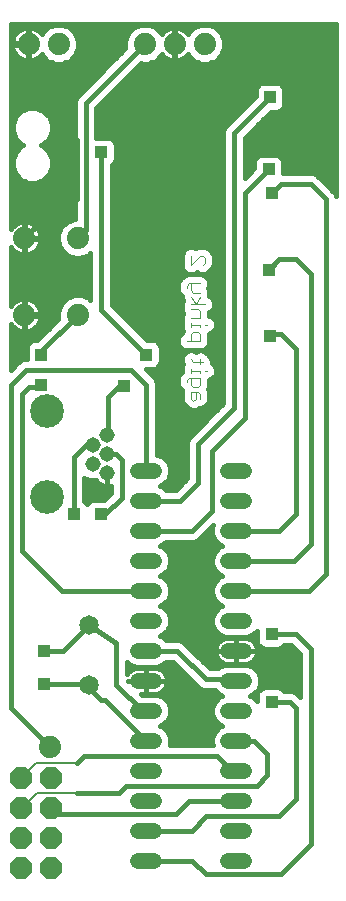
<source format=gbl>
G75*
G70*
%OFA0B0*%
%FSLAX24Y24*%
%IPPOS*%
%LPD*%
%AMOC8*
5,1,8,0,0,1.08239X$1,22.5*
%
%ADD10C,0.0040*%
%ADD11C,0.0520*%
%ADD12C,0.0740*%
%ADD13OC8,0.0740*%
%ADD14C,0.0515*%
%ADD15C,0.1122*%
%ADD16C,0.0650*%
%ADD17R,0.0396X0.0396*%
%ADD18C,0.0160*%
%ADD19C,0.0080*%
%ADD20R,0.0410X0.0410*%
D10*
X007297Y016641D02*
X007373Y016717D01*
X007373Y016948D01*
X007450Y016948D02*
X007220Y016948D01*
X007220Y016717D01*
X007297Y016641D01*
X007527Y016717D02*
X007527Y016871D01*
X007450Y016948D01*
X007450Y017101D02*
X007297Y017101D01*
X007220Y017178D01*
X007220Y017408D01*
X007143Y017408D02*
X007527Y017408D01*
X007527Y017178D01*
X007450Y017101D01*
X007067Y017255D02*
X007067Y017331D01*
X007143Y017408D01*
X007220Y017562D02*
X007220Y017715D01*
X007220Y017638D02*
X007527Y017638D01*
X007527Y017562D01*
X007680Y017638D02*
X007757Y017638D01*
X007527Y017868D02*
X007527Y018022D01*
X007604Y017945D02*
X007297Y017945D01*
X007220Y018022D01*
X007220Y018636D02*
X007220Y018866D01*
X007297Y018943D01*
X007450Y018943D01*
X007527Y018866D01*
X007527Y018636D01*
X007067Y018636D01*
X007220Y019096D02*
X007220Y019250D01*
X007220Y019173D02*
X007527Y019173D01*
X007527Y019096D01*
X007680Y019173D02*
X007757Y019173D01*
X007527Y019403D02*
X007527Y019633D01*
X007450Y019710D01*
X007220Y019710D01*
X007220Y019863D02*
X007680Y019863D01*
X007527Y020094D02*
X007373Y019863D01*
X007220Y020094D01*
X007297Y020247D02*
X007220Y020324D01*
X007220Y020554D01*
X007143Y020554D02*
X007067Y020477D01*
X007067Y020401D01*
X007143Y020554D02*
X007527Y020554D01*
X007527Y020247D02*
X007297Y020247D01*
X007220Y021168D02*
X007527Y021475D01*
X007604Y021475D01*
X007680Y021398D01*
X007680Y021245D01*
X007604Y021168D01*
X007220Y021168D02*
X007220Y021475D01*
X007220Y019403D02*
X007527Y019403D01*
D11*
X008465Y014308D02*
X008985Y014308D01*
X008985Y013308D02*
X008465Y013308D01*
X008465Y012308D02*
X008985Y012308D01*
X008985Y011308D02*
X008465Y011308D01*
X008465Y010308D02*
X008985Y010308D01*
X008985Y009308D02*
X008465Y009308D01*
X008465Y008308D02*
X008985Y008308D01*
X008985Y007308D02*
X008465Y007308D01*
X008465Y006308D02*
X008985Y006308D01*
X008985Y005308D02*
X008465Y005308D01*
X008465Y004308D02*
X008985Y004308D01*
X008985Y003308D02*
X008465Y003308D01*
X008465Y002308D02*
X008985Y002308D01*
X008985Y001308D02*
X008465Y001308D01*
X005985Y001308D02*
X005465Y001308D01*
X005465Y002308D02*
X005985Y002308D01*
X005985Y003308D02*
X005465Y003308D01*
X005465Y004308D02*
X005985Y004308D01*
X005985Y005308D02*
X005465Y005308D01*
X005465Y006308D02*
X005985Y006308D01*
X005985Y007308D02*
X005465Y007308D01*
X005465Y008308D02*
X005985Y008308D01*
X005985Y009308D02*
X005465Y009308D01*
X005465Y010308D02*
X005985Y010308D01*
X005985Y011308D02*
X005465Y011308D01*
X005465Y012308D02*
X005985Y012308D01*
X005985Y013308D02*
X005465Y013308D01*
X005465Y014308D02*
X005985Y014308D01*
D12*
X003440Y019503D03*
X001660Y019503D03*
X001660Y022063D03*
X003440Y022063D03*
X002800Y028533D03*
X001800Y028533D03*
X005675Y028533D03*
X006675Y028533D03*
X007675Y028533D03*
X002525Y005108D03*
D13*
X001550Y001083D03*
X002550Y001083D03*
X002550Y002083D03*
X001550Y002083D03*
X001550Y003083D03*
X002550Y003083D03*
X002550Y004083D03*
X001550Y004083D03*
D14*
X004408Y014228D03*
X003935Y014543D03*
X004408Y014858D03*
X003935Y015173D03*
X004408Y015488D03*
D15*
X002400Y016295D03*
X002400Y013421D03*
D16*
X003825Y009183D03*
X003825Y007183D03*
D17*
X002300Y007208D03*
X002300Y008308D03*
X003300Y012883D03*
X004200Y012858D03*
X004975Y017133D03*
X005725Y018183D03*
X002225Y018183D03*
X002225Y017183D03*
X009800Y021008D03*
X009900Y023558D03*
X009800Y024358D03*
X009850Y026758D03*
X004225Y024933D03*
X003150Y025433D03*
X009900Y008858D03*
X009900Y006608D03*
D18*
X010500Y006608D01*
X010700Y006408D01*
X010700Y003358D01*
X010150Y002808D01*
X007700Y002808D01*
X007250Y002308D01*
X005725Y002308D01*
X006700Y002858D02*
X002775Y002858D01*
X002550Y003083D01*
X003400Y003583D02*
X004800Y003558D01*
X005050Y003808D01*
X009400Y003808D01*
X009750Y004158D01*
X009750Y004858D01*
X009300Y005308D01*
X008725Y005308D01*
X008261Y005808D02*
X008159Y005851D01*
X008007Y006002D01*
X007925Y006201D01*
X007925Y006416D01*
X008007Y006614D01*
X008159Y006766D01*
X008261Y006808D01*
X008159Y006851D01*
X008011Y006998D01*
X007628Y006998D01*
X007496Y007053D01*
X007395Y007154D01*
X006601Y007948D01*
X006389Y007948D01*
X006291Y007851D01*
X006092Y007768D01*
X005358Y007768D01*
X005159Y007851D01*
X005085Y007925D01*
X005085Y007532D01*
X005089Y007539D01*
X005129Y007595D01*
X005178Y007644D01*
X005234Y007685D01*
X005296Y007716D01*
X005362Y007737D01*
X005430Y007748D01*
X005725Y007748D01*
X005725Y007308D01*
X005725Y006868D01*
X006020Y006868D01*
X006088Y006879D01*
X006154Y006901D01*
X006216Y006932D01*
X006272Y006973D01*
X006321Y007022D01*
X006361Y007078D01*
X006393Y007139D01*
X006414Y007205D01*
X006425Y007274D01*
X006425Y007308D01*
X005725Y007308D01*
X005725Y007308D01*
X005725Y006868D01*
X005549Y006868D01*
X005569Y006848D01*
X006092Y006848D01*
X006291Y006766D01*
X006443Y006614D01*
X006525Y006416D01*
X006525Y006201D01*
X006443Y006002D01*
X006291Y005851D01*
X006189Y005808D01*
X006291Y005766D01*
X006443Y005614D01*
X006525Y005416D01*
X006525Y005201D01*
X006511Y005168D01*
X007938Y005168D01*
X007925Y005201D01*
X007925Y005416D01*
X008007Y005614D01*
X008159Y005766D01*
X008261Y005808D01*
X008124Y005731D02*
X006326Y005731D01*
X006330Y005889D02*
X008120Y005889D01*
X007988Y006048D02*
X006462Y006048D01*
X006525Y006206D02*
X007925Y006206D01*
X007925Y006365D02*
X006525Y006365D01*
X006480Y006523D02*
X007970Y006523D01*
X008075Y006682D02*
X006375Y006682D01*
X006112Y006840D02*
X008184Y006840D01*
X007627Y006999D02*
X006298Y006999D01*
X006399Y007157D02*
X007392Y007157D01*
X007233Y007316D02*
X006425Y007316D01*
X006425Y007308D02*
X006425Y007343D01*
X006414Y007411D01*
X006393Y007477D01*
X006361Y007539D01*
X006321Y007595D01*
X006272Y007644D01*
X006216Y007685D01*
X006154Y007716D01*
X006088Y007737D01*
X006020Y007748D01*
X005725Y007748D01*
X005725Y007308D01*
X005725Y007308D01*
X005109Y007308D01*
X005109Y007308D01*
X005725Y007308D01*
X005725Y007308D01*
X006425Y007308D01*
X006394Y007474D02*
X007075Y007474D01*
X006916Y007633D02*
X006283Y007633D01*
X006148Y007791D02*
X006758Y007791D01*
X006750Y008308D02*
X007700Y007358D01*
X008675Y007358D01*
X008725Y007308D01*
X008725Y007868D02*
X008430Y007868D01*
X008362Y007879D01*
X008296Y007901D01*
X008234Y007932D01*
X008178Y007973D01*
X008129Y008022D01*
X008089Y008078D01*
X008057Y008139D01*
X008036Y008205D01*
X008025Y008274D01*
X008025Y008308D01*
X008725Y008308D01*
X008725Y007868D01*
X009020Y007868D01*
X009088Y007879D01*
X009154Y007901D01*
X009216Y007932D01*
X009272Y007973D01*
X009321Y008022D01*
X009361Y008078D01*
X009393Y008139D01*
X009414Y008205D01*
X009425Y008274D01*
X009425Y008308D01*
X008725Y008308D01*
X008725Y008308D01*
X008725Y007868D01*
X008725Y007950D02*
X008725Y007950D01*
X008725Y008108D02*
X008725Y008108D01*
X008725Y008267D02*
X008725Y008267D01*
X008725Y008308D02*
X008725Y008308D01*
X008725Y008308D01*
X008025Y008308D01*
X008025Y008343D01*
X008036Y008411D01*
X008057Y008477D01*
X008089Y008539D01*
X008129Y008595D01*
X008178Y008644D01*
X008234Y008685D01*
X008296Y008716D01*
X008362Y008737D01*
X008430Y008748D01*
X008725Y008748D01*
X008725Y008308D01*
X009425Y008308D01*
X009425Y008343D01*
X009414Y008411D01*
X009393Y008477D01*
X009361Y008539D01*
X009321Y008595D01*
X009272Y008644D01*
X009216Y008685D01*
X009154Y008716D01*
X009088Y008737D01*
X009020Y008748D01*
X008725Y008748D01*
X008725Y008308D01*
X008725Y008308D01*
X008725Y008425D02*
X008725Y008425D01*
X008725Y008584D02*
X008725Y008584D01*
X008725Y008742D02*
X008725Y008742D01*
X009057Y008742D02*
X009422Y008742D01*
X009422Y008605D02*
X009422Y008982D01*
X009291Y008851D01*
X009092Y008768D01*
X008358Y008768D01*
X008159Y008851D01*
X008007Y009002D01*
X007925Y009201D01*
X007925Y009416D01*
X008007Y009614D01*
X008159Y009766D01*
X008261Y009808D01*
X008159Y009851D01*
X008007Y010002D01*
X007925Y010201D01*
X007925Y010416D01*
X008007Y010614D01*
X008159Y010766D01*
X008261Y010808D01*
X008159Y010851D01*
X008007Y011002D01*
X007925Y011201D01*
X007925Y011416D01*
X008007Y011614D01*
X008159Y011766D01*
X008261Y011808D01*
X008159Y011851D01*
X008007Y012002D01*
X007925Y012201D01*
X007925Y012416D01*
X007966Y012516D01*
X007454Y012003D01*
X007322Y011948D01*
X006389Y011948D01*
X006291Y011851D01*
X006189Y011808D01*
X006291Y011766D01*
X006443Y011614D01*
X006525Y011416D01*
X006525Y011201D01*
X006443Y011002D01*
X006291Y010851D01*
X006189Y010808D01*
X006291Y010766D01*
X006443Y010614D01*
X006525Y010416D01*
X006525Y010201D01*
X006443Y010002D01*
X006291Y009851D01*
X006189Y009808D01*
X006291Y009766D01*
X006443Y009614D01*
X006525Y009416D01*
X006525Y009201D01*
X006443Y009002D01*
X006291Y008851D01*
X006189Y008808D01*
X006291Y008766D01*
X006389Y008668D01*
X006822Y008668D01*
X006954Y008614D01*
X007849Y007718D01*
X008111Y007718D01*
X008159Y007766D01*
X008358Y007848D01*
X009092Y007848D01*
X009291Y007766D01*
X009443Y007614D01*
X009525Y007416D01*
X009525Y007201D01*
X009443Y007002D01*
X009291Y006851D01*
X009189Y006808D01*
X009291Y006766D01*
X009422Y006635D01*
X009422Y006862D01*
X009465Y006965D01*
X009543Y007044D01*
X009646Y007086D01*
X010154Y007086D01*
X010257Y007044D01*
X010332Y006968D01*
X010572Y006968D01*
X010704Y006914D01*
X010805Y006812D01*
X010840Y006777D01*
X010840Y008209D01*
X010551Y008498D01*
X010332Y008498D01*
X010257Y008423D01*
X010154Y008380D01*
X009646Y008380D01*
X009543Y008423D01*
X009465Y008502D01*
X009422Y008605D01*
X009430Y008584D02*
X009329Y008584D01*
X009410Y008425D02*
X009541Y008425D01*
X009424Y008267D02*
X010782Y008267D01*
X010840Y008108D02*
X009377Y008108D01*
X009240Y007950D02*
X010840Y007950D01*
X010840Y007791D02*
X009230Y007791D01*
X009424Y007633D02*
X010840Y007633D01*
X010840Y007474D02*
X009501Y007474D01*
X009525Y007316D02*
X010840Y007316D01*
X010840Y007157D02*
X009507Y007157D01*
X009498Y006999D02*
X009439Y006999D01*
X009422Y006840D02*
X009266Y006840D01*
X009375Y006682D02*
X009422Y006682D01*
X010302Y006999D02*
X010840Y006999D01*
X010840Y006840D02*
X010777Y006840D01*
X011200Y008358D02*
X010700Y008858D01*
X009900Y008858D01*
X009422Y008901D02*
X009341Y008901D01*
X008393Y008742D02*
X006315Y008742D01*
X006341Y008901D02*
X008109Y008901D01*
X007984Y009059D02*
X006466Y009059D01*
X006525Y009218D02*
X007925Y009218D01*
X007925Y009376D02*
X006525Y009376D01*
X006476Y009535D02*
X007974Y009535D01*
X008086Y009693D02*
X006364Y009693D01*
X006292Y009852D02*
X008158Y009852D01*
X008004Y010010D02*
X006446Y010010D01*
X006512Y010169D02*
X007938Y010169D01*
X007925Y010327D02*
X006525Y010327D01*
X006496Y010486D02*
X007954Y010486D01*
X008037Y010644D02*
X006413Y010644D01*
X006202Y010803D02*
X008248Y010803D01*
X008048Y010961D02*
X006402Y010961D01*
X006491Y011120D02*
X007959Y011120D01*
X007925Y011278D02*
X006525Y011278D01*
X006516Y011437D02*
X007934Y011437D01*
X007999Y011595D02*
X006451Y011595D01*
X006303Y011754D02*
X008147Y011754D01*
X008097Y011912D02*
X006353Y011912D01*
X005725Y012308D02*
X007250Y012308D01*
X007900Y012958D01*
X007900Y014958D01*
X009000Y016058D01*
X009000Y023558D01*
X009800Y024358D01*
X009322Y024389D02*
X009322Y024612D01*
X009365Y024715D01*
X009443Y024794D01*
X009546Y024836D01*
X010054Y024836D01*
X010157Y024794D01*
X010235Y024715D01*
X010278Y024612D01*
X010278Y024218D01*
X011272Y024218D01*
X011404Y024164D01*
X011505Y024062D01*
X011505Y024062D01*
X012005Y023562D01*
X012045Y023466D01*
X012045Y029203D01*
X001205Y029203D01*
X001205Y022373D01*
X001240Y022422D01*
X001302Y022483D01*
X001372Y022534D01*
X001449Y022573D01*
X001531Y022600D01*
X001617Y022613D01*
X001640Y022613D01*
X001640Y022083D01*
X001680Y022083D01*
X002210Y022083D01*
X002210Y022107D01*
X002196Y022192D01*
X002170Y022274D01*
X002130Y022352D01*
X002080Y022422D01*
X002018Y022483D01*
X001948Y022534D01*
X001871Y022573D01*
X001789Y022600D01*
X001703Y022613D01*
X001680Y022613D01*
X001680Y022083D01*
X001680Y022043D01*
X001680Y021513D01*
X001703Y021513D01*
X001789Y021527D01*
X001871Y021554D01*
X001948Y021593D01*
X002018Y021644D01*
X002080Y021705D01*
X002130Y021775D01*
X002170Y021852D01*
X002196Y021935D01*
X002210Y022020D01*
X002210Y022043D01*
X001680Y022043D01*
X001640Y022043D01*
X001640Y021513D01*
X001617Y021513D01*
X001531Y021527D01*
X001449Y021554D01*
X001372Y021593D01*
X001302Y021644D01*
X001240Y021705D01*
X001205Y021754D01*
X001205Y019813D01*
X001240Y019862D01*
X001302Y019923D01*
X001372Y019974D01*
X001449Y020013D01*
X001531Y020040D01*
X001617Y020053D01*
X001640Y020053D01*
X001640Y019523D01*
X001680Y019523D01*
X002210Y019523D01*
X002210Y019547D01*
X002196Y019632D01*
X002170Y019714D01*
X002130Y019792D01*
X002080Y019862D01*
X002018Y019923D01*
X001948Y019974D01*
X001871Y020013D01*
X001789Y020040D01*
X001703Y020053D01*
X001680Y020053D01*
X001680Y019523D01*
X001680Y019483D01*
X001680Y018953D01*
X001703Y018953D01*
X001789Y018967D01*
X001871Y018994D01*
X001948Y019033D01*
X002018Y019084D01*
X002080Y019145D01*
X002130Y019215D01*
X002170Y019292D01*
X002196Y019375D01*
X002210Y019460D01*
X002210Y019483D01*
X001680Y019483D01*
X001640Y019483D01*
X001640Y018953D01*
X001617Y018953D01*
X001531Y018967D01*
X001449Y018994D01*
X001372Y019033D01*
X001302Y019084D01*
X001240Y019145D01*
X001205Y019194D01*
X001205Y017672D01*
X001420Y017887D01*
X001521Y017989D01*
X001653Y018043D01*
X001747Y018043D01*
X001747Y018437D01*
X001790Y018540D01*
X001868Y018619D01*
X001971Y018661D01*
X002089Y018661D01*
X002793Y019366D01*
X002790Y019374D01*
X002790Y019633D01*
X002889Y019872D01*
X003072Y020054D01*
X003311Y020153D01*
X003569Y020153D01*
X003808Y020054D01*
X003865Y019998D01*
X003865Y021569D01*
X003808Y021512D01*
X003569Y021413D01*
X003311Y021413D01*
X003072Y021512D01*
X002889Y021695D01*
X002790Y021934D01*
X002790Y022193D01*
X002889Y022432D01*
X003072Y022614D01*
X003311Y022713D01*
X003345Y022713D01*
X003345Y026635D01*
X003400Y026767D01*
X003501Y026869D01*
X005028Y028396D01*
X003447Y028396D01*
X003450Y028404D02*
X003450Y028663D01*
X003351Y028902D01*
X003168Y029084D01*
X002929Y029183D01*
X002671Y029183D01*
X002432Y029084D01*
X002249Y028902D01*
X002236Y028869D01*
X002220Y028892D01*
X002158Y028953D01*
X002088Y029004D01*
X002011Y029043D01*
X001929Y029070D01*
X001843Y029083D01*
X001820Y029083D01*
X001820Y028553D01*
X001780Y028553D01*
X001780Y028513D01*
X001820Y028513D01*
X001820Y027983D01*
X001843Y027983D01*
X001929Y027997D01*
X002011Y028024D01*
X002088Y028063D01*
X002158Y028114D01*
X002220Y028175D01*
X002236Y028197D01*
X002249Y028165D01*
X002432Y027982D01*
X002671Y027883D01*
X002929Y027883D01*
X003168Y027982D01*
X003351Y028165D01*
X003450Y028404D01*
X003450Y028555D02*
X005025Y028555D01*
X005025Y028663D02*
X005025Y028404D01*
X005028Y028396D01*
X004870Y028238D02*
X003381Y028238D01*
X003265Y028079D02*
X004712Y028079D01*
X004553Y027921D02*
X003020Y027921D01*
X002580Y027921D02*
X001205Y027921D01*
X001205Y028079D02*
X001489Y028079D01*
X001512Y028063D02*
X001589Y028024D01*
X001671Y027997D01*
X001757Y027983D01*
X001780Y027983D01*
X001780Y028513D01*
X001250Y028513D01*
X001250Y028490D01*
X001264Y028405D01*
X001290Y028322D01*
X001330Y028245D01*
X001380Y028175D01*
X001442Y028114D01*
X001512Y028063D01*
X001335Y028238D02*
X001205Y028238D01*
X001205Y028396D02*
X001266Y028396D01*
X001250Y028553D02*
X001780Y028553D01*
X001780Y029083D01*
X001757Y029083D01*
X001671Y029070D01*
X001589Y029043D01*
X001512Y029004D01*
X001442Y028953D01*
X001380Y028892D01*
X001330Y028822D01*
X001290Y028744D01*
X001264Y028662D01*
X001250Y028577D01*
X001250Y028553D01*
X001250Y028555D02*
X001205Y028555D01*
X001205Y028713D02*
X001280Y028713D01*
X001205Y028872D02*
X001366Y028872D01*
X001205Y029030D02*
X001564Y029030D01*
X001780Y029030D02*
X001820Y029030D01*
X001820Y028872D02*
X001780Y028872D01*
X001780Y028713D02*
X001820Y028713D01*
X001820Y028555D02*
X001780Y028555D01*
X001780Y028396D02*
X001820Y028396D01*
X001820Y028238D02*
X001780Y028238D01*
X001780Y028079D02*
X001820Y028079D01*
X002111Y028079D02*
X002335Y028079D01*
X002234Y028872D02*
X002237Y028872D01*
X002378Y029030D02*
X002036Y029030D01*
X001205Y029189D02*
X012045Y029189D01*
X012045Y029030D02*
X008097Y029030D01*
X008043Y029084D02*
X007804Y029183D01*
X007546Y029183D01*
X007307Y029084D01*
X007124Y028902D01*
X007111Y028869D01*
X007095Y028892D01*
X007033Y028953D01*
X006963Y029004D01*
X006886Y029043D01*
X006804Y029070D01*
X006718Y029083D01*
X006695Y029083D01*
X006695Y028553D01*
X006655Y028553D01*
X006655Y029083D01*
X006632Y029083D01*
X006546Y029070D01*
X006464Y029043D01*
X006387Y029004D01*
X006317Y028953D01*
X006255Y028892D01*
X006239Y028869D01*
X006226Y028902D01*
X006043Y029084D01*
X005804Y029183D01*
X005546Y029183D01*
X005307Y029084D01*
X005124Y028902D01*
X005025Y028663D01*
X005046Y028713D02*
X003429Y028713D01*
X003363Y028872D02*
X005112Y028872D01*
X005253Y029030D02*
X003222Y029030D01*
X004395Y027762D02*
X001205Y027762D01*
X001205Y027604D02*
X004236Y027604D01*
X004078Y027445D02*
X001205Y027445D01*
X001205Y027287D02*
X003919Y027287D01*
X003761Y027128D02*
X001205Y027128D01*
X001205Y026970D02*
X003602Y026970D01*
X003444Y026811D02*
X001205Y026811D01*
X001205Y026653D02*
X003352Y026653D01*
X003345Y026494D02*
X001205Y026494D01*
X001205Y026336D02*
X001625Y026336D01*
X001553Y026306D02*
X001368Y026121D01*
X001268Y025880D01*
X001268Y025618D01*
X001368Y025377D01*
X001553Y025192D01*
X001633Y025158D01*
X001553Y025125D01*
X001368Y024940D01*
X001268Y024699D01*
X001268Y024437D01*
X001368Y024196D01*
X001553Y024011D01*
X001794Y023911D01*
X002056Y023911D01*
X002297Y024011D01*
X002482Y024196D01*
X002582Y024437D01*
X002582Y024699D01*
X002482Y024940D01*
X002297Y025125D01*
X002217Y025158D01*
X002297Y025192D01*
X002482Y025377D01*
X002582Y025618D01*
X002582Y025880D01*
X002482Y026121D01*
X002297Y026306D01*
X002056Y026406D01*
X001794Y026406D01*
X001553Y026306D01*
X001424Y026177D02*
X001205Y026177D01*
X001205Y026019D02*
X001326Y026019D01*
X001268Y025860D02*
X001205Y025860D01*
X001205Y025702D02*
X001268Y025702D01*
X001299Y025543D02*
X001205Y025543D01*
X001205Y025385D02*
X001364Y025385D01*
X001518Y025226D02*
X001205Y025226D01*
X001205Y025068D02*
X001496Y025068D01*
X001355Y024909D02*
X001205Y024909D01*
X001205Y024751D02*
X001290Y024751D01*
X001268Y024592D02*
X001205Y024592D01*
X001205Y024434D02*
X001269Y024434D01*
X001205Y024275D02*
X001335Y024275D01*
X001447Y024117D02*
X001205Y024117D01*
X001205Y023958D02*
X001679Y023958D01*
X002171Y023958D02*
X003345Y023958D01*
X003345Y023800D02*
X001205Y023800D01*
X001205Y023641D02*
X003345Y023641D01*
X003345Y023483D02*
X001205Y023483D01*
X001205Y023324D02*
X003345Y023324D01*
X003400Y023358D02*
X002725Y022683D01*
X002280Y022683D01*
X001660Y022063D01*
X001660Y019503D01*
X001680Y019520D02*
X002790Y019520D01*
X002789Y019362D02*
X002192Y019362D01*
X002122Y019203D02*
X002631Y019203D01*
X002472Y019045D02*
X001965Y019045D01*
X001680Y019045D02*
X001640Y019045D01*
X001640Y019203D02*
X001680Y019203D01*
X001680Y019362D02*
X001640Y019362D01*
X001640Y019679D02*
X001680Y019679D01*
X001680Y019837D02*
X001640Y019837D01*
X001640Y019996D02*
X001680Y019996D01*
X001905Y019996D02*
X003013Y019996D01*
X002875Y019837D02*
X002097Y019837D01*
X002181Y019679D02*
X002809Y019679D01*
X003440Y019503D02*
X002225Y018288D01*
X002225Y018183D01*
X001747Y018252D02*
X001205Y018252D01*
X001205Y018094D02*
X001747Y018094D01*
X001747Y018411D02*
X001205Y018411D01*
X001205Y018569D02*
X001819Y018569D01*
X002155Y018728D02*
X001205Y018728D01*
X001205Y018886D02*
X002314Y018886D01*
X001355Y019045D02*
X001205Y019045D01*
X001205Y019837D02*
X001223Y019837D01*
X001205Y019996D02*
X001415Y019996D01*
X001205Y020154D02*
X003865Y020154D01*
X003865Y020313D02*
X001205Y020313D01*
X001205Y020471D02*
X003865Y020471D01*
X003865Y020630D02*
X001205Y020630D01*
X001205Y020788D02*
X003865Y020788D01*
X003865Y020947D02*
X001205Y020947D01*
X001205Y021105D02*
X003865Y021105D01*
X003865Y021264D02*
X001205Y021264D01*
X001205Y021422D02*
X003289Y021422D01*
X003591Y021422D02*
X003865Y021422D01*
X004585Y021422D02*
X006920Y021422D01*
X006920Y021535D02*
X006920Y021108D01*
X006966Y020998D01*
X007050Y020914D01*
X007160Y020868D01*
X007280Y020868D01*
X007390Y020914D01*
X007412Y020935D01*
X007434Y020914D01*
X007544Y020868D01*
X007663Y020868D01*
X007774Y020914D01*
X007850Y020990D01*
X007850Y020990D01*
X007933Y021073D01*
X007935Y021075D01*
X007953Y021119D01*
X007980Y021185D01*
X007980Y021458D01*
X007935Y021568D01*
X007850Y021652D01*
X007774Y021729D01*
X007663Y021775D01*
X007467Y021775D01*
X007373Y021736D01*
X007280Y021775D01*
X007160Y021775D01*
X007050Y021729D01*
X006966Y021645D01*
X006920Y021535D01*
X006939Y021581D02*
X004585Y021581D01*
X004585Y021739D02*
X007075Y021739D01*
X007365Y021739D02*
X007382Y021739D01*
X007749Y021739D02*
X008290Y021739D01*
X008290Y021581D02*
X007922Y021581D01*
X007980Y021422D02*
X008290Y021422D01*
X008290Y021264D02*
X007980Y021264D01*
X007947Y021105D02*
X008290Y021105D01*
X008290Y020947D02*
X007807Y020947D01*
X007697Y020808D02*
X007587Y020854D01*
X007084Y020854D01*
X006973Y020808D01*
X006897Y020732D01*
X006812Y020647D01*
X006767Y020537D01*
X006767Y020341D01*
X006812Y020231D01*
X006897Y020146D01*
X006922Y020136D01*
X006914Y020094D01*
X006937Y019977D01*
X006940Y019972D01*
X006920Y019923D01*
X006920Y019804D01*
X006927Y019787D01*
X006920Y019770D01*
X006920Y019650D01*
X006959Y019557D01*
X006920Y019463D01*
X006920Y019343D01*
X006927Y019326D01*
X006920Y019309D01*
X006920Y019036D01*
X006943Y018981D01*
X006920Y018926D01*
X006920Y018900D01*
X006897Y018890D01*
X006812Y018806D01*
X006767Y018695D01*
X006767Y018576D01*
X006812Y018466D01*
X006897Y018381D01*
X007007Y018336D01*
X007587Y018336D01*
X007697Y018381D01*
X007781Y018466D01*
X007827Y018576D01*
X007827Y018877D01*
X007927Y018919D01*
X008011Y019003D01*
X008057Y019113D01*
X008057Y019233D01*
X008011Y019343D01*
X007927Y019427D01*
X007827Y019469D01*
X007827Y019599D01*
X007850Y019609D01*
X007935Y019694D01*
X007980Y019804D01*
X007980Y019923D01*
X007935Y020033D01*
X007850Y020118D01*
X007826Y020128D01*
X007818Y020167D01*
X007827Y020187D01*
X007827Y020307D01*
X007788Y020401D01*
X007827Y020494D01*
X007827Y020614D01*
X007781Y020724D01*
X007697Y020808D01*
X007717Y020788D02*
X008290Y020788D01*
X008290Y020630D02*
X007820Y020630D01*
X007817Y020471D02*
X008290Y020471D01*
X008290Y020313D02*
X007824Y020313D01*
X007821Y020154D02*
X008290Y020154D01*
X008290Y019996D02*
X007950Y019996D01*
X007980Y019837D02*
X008290Y019837D01*
X008290Y019679D02*
X007920Y019679D01*
X007827Y019520D02*
X008290Y019520D01*
X008290Y019362D02*
X007992Y019362D01*
X008057Y019203D02*
X008290Y019203D01*
X008290Y019045D02*
X008029Y019045D01*
X007849Y018886D02*
X008290Y018886D01*
X008290Y018728D02*
X007827Y018728D01*
X007824Y018569D02*
X008290Y018569D01*
X008290Y018411D02*
X007726Y018411D01*
X007697Y018276D02*
X007587Y018322D01*
X007467Y018322D01*
X007373Y018283D01*
X007280Y018322D01*
X007160Y018322D01*
X007050Y018276D01*
X006966Y018192D01*
X006920Y018082D01*
X006920Y017962D01*
X006959Y017868D01*
X006920Y017775D01*
X006920Y017609D01*
X006889Y017578D01*
X006812Y017501D01*
X006767Y017391D01*
X006767Y017195D01*
X006812Y017085D01*
X006897Y017000D01*
X006920Y016991D01*
X006920Y016658D01*
X006966Y016548D01*
X007125Y016388D01*
X007127Y016386D01*
X007172Y016368D01*
X007237Y016341D01*
X007356Y016341D01*
X007446Y016378D01*
X007467Y016386D01*
X007498Y016417D01*
X007587Y016417D01*
X007697Y016463D01*
X007781Y016548D01*
X007827Y016658D01*
X007827Y016931D01*
X007788Y017024D01*
X007800Y017053D01*
X007827Y017118D01*
X007827Y017342D01*
X007927Y017384D01*
X008011Y017468D01*
X008057Y017579D01*
X008057Y017698D01*
X008011Y017808D01*
X007927Y017893D01*
X007904Y017902D01*
X007904Y018005D01*
X007858Y018115D01*
X007781Y018192D01*
X007697Y018276D01*
X007721Y018252D02*
X008290Y018252D01*
X008290Y018094D02*
X007867Y018094D01*
X007904Y017935D02*
X008290Y017935D01*
X008290Y017777D02*
X008024Y017777D01*
X008057Y017618D02*
X008290Y017618D01*
X008290Y017460D02*
X008003Y017460D01*
X007827Y017301D02*
X008290Y017301D01*
X008290Y017143D02*
X007827Y017143D01*
X007805Y016984D02*
X008290Y016984D01*
X008290Y016826D02*
X007827Y016826D01*
X007827Y016667D02*
X008290Y016667D01*
X008290Y016557D02*
X007145Y015412D01*
X007090Y015280D01*
X007090Y014057D01*
X006701Y013668D01*
X006389Y013668D01*
X006291Y013766D01*
X006189Y013808D01*
X006291Y013851D01*
X006443Y014002D01*
X006525Y014201D01*
X006525Y014416D01*
X006443Y014614D01*
X006291Y014766D01*
X006092Y014848D01*
X006085Y014848D01*
X006085Y017255D01*
X006030Y017387D01*
X005712Y017705D01*
X005979Y017705D01*
X006082Y017748D01*
X006160Y017827D01*
X006203Y017930D01*
X006203Y018437D01*
X006160Y018540D01*
X006082Y018619D01*
X005979Y018661D01*
X005756Y018661D01*
X004585Y019832D01*
X004585Y024501D01*
X004660Y024577D01*
X004703Y024680D01*
X004703Y025187D01*
X004660Y025290D01*
X004582Y025369D01*
X004479Y025411D01*
X004065Y025411D01*
X004065Y026414D01*
X005538Y027887D01*
X005546Y027883D01*
X005804Y027883D01*
X006043Y027982D01*
X006226Y028165D01*
X006239Y028197D01*
X006255Y028175D01*
X006317Y028114D01*
X006387Y028063D01*
X006464Y028024D01*
X006546Y027997D01*
X006632Y027983D01*
X006655Y027983D01*
X006655Y028513D01*
X006695Y028513D01*
X006695Y027983D01*
X006718Y027983D01*
X006804Y027997D01*
X006886Y028024D01*
X006963Y028063D01*
X007033Y028114D01*
X007095Y028175D01*
X007111Y028197D01*
X007124Y028165D01*
X007307Y027982D01*
X007546Y027883D01*
X007804Y027883D01*
X008043Y027982D01*
X008226Y028165D01*
X008325Y028404D01*
X008325Y028663D01*
X008226Y028902D01*
X008043Y029084D01*
X008238Y028872D02*
X012045Y028872D01*
X012045Y028713D02*
X008304Y028713D01*
X008325Y028555D02*
X012045Y028555D01*
X012045Y028396D02*
X008322Y028396D01*
X008256Y028238D02*
X012045Y028238D01*
X012045Y028079D02*
X008140Y028079D01*
X007895Y027921D02*
X012045Y027921D01*
X012045Y027762D02*
X005413Y027762D01*
X005255Y027604D02*
X012045Y027604D01*
X012045Y027445D02*
X005096Y027445D01*
X004938Y027287D02*
X012045Y027287D01*
X012045Y027128D02*
X010272Y027128D01*
X010285Y027115D02*
X010207Y027194D01*
X010104Y027236D01*
X009596Y027236D01*
X009493Y027194D01*
X009415Y027115D01*
X009372Y027012D01*
X009372Y026789D01*
X008345Y025762D01*
X008290Y025630D01*
X008290Y016557D01*
X008241Y016509D02*
X007743Y016509D01*
X007467Y016386D02*
X007467Y016386D01*
X007467Y016386D01*
X007380Y016350D02*
X008083Y016350D01*
X007924Y016192D02*
X006085Y016192D01*
X006085Y016350D02*
X007214Y016350D01*
X007127Y016386D02*
X007127Y016386D01*
X007004Y016509D02*
X006085Y016509D01*
X006085Y016667D02*
X006920Y016667D01*
X006920Y016826D02*
X006085Y016826D01*
X006085Y016984D02*
X006920Y016984D01*
X006788Y017143D02*
X006085Y017143D01*
X006066Y017301D02*
X006767Y017301D01*
X006795Y017460D02*
X005958Y017460D01*
X005799Y017618D02*
X006920Y017618D01*
X006921Y017777D02*
X006111Y017777D01*
X006203Y017935D02*
X006931Y017935D01*
X006925Y018094D02*
X006203Y018094D01*
X006203Y018252D02*
X007026Y018252D01*
X006867Y018411D02*
X006203Y018411D01*
X006131Y018569D02*
X006769Y018569D01*
X006780Y018728D02*
X005690Y018728D01*
X005531Y018886D02*
X006893Y018886D01*
X006920Y019045D02*
X005373Y019045D01*
X005214Y019203D02*
X006920Y019203D01*
X006920Y019362D02*
X005056Y019362D01*
X004897Y019520D02*
X006944Y019520D01*
X006920Y019679D02*
X004739Y019679D01*
X004585Y019837D02*
X006920Y019837D01*
X006934Y019996D02*
X004585Y019996D01*
X004585Y020154D02*
X006889Y020154D01*
X006778Y020313D02*
X004585Y020313D01*
X004585Y020471D02*
X006767Y020471D01*
X006805Y020630D02*
X004585Y020630D01*
X004585Y020788D02*
X006953Y020788D01*
X007017Y020947D02*
X004585Y020947D01*
X004585Y021105D02*
X006921Y021105D01*
X006920Y021264D02*
X004585Y021264D01*
X004585Y021898D02*
X008290Y021898D01*
X008290Y022056D02*
X004585Y022056D01*
X004585Y022215D02*
X008290Y022215D01*
X008290Y022373D02*
X004585Y022373D01*
X004585Y022532D02*
X008290Y022532D01*
X008290Y022690D02*
X004585Y022690D01*
X004585Y022849D02*
X008290Y022849D01*
X008290Y023007D02*
X004585Y023007D01*
X004585Y023166D02*
X008290Y023166D01*
X008290Y023324D02*
X004585Y023324D01*
X004585Y023483D02*
X008290Y023483D01*
X008290Y023641D02*
X004585Y023641D01*
X004585Y023800D02*
X008290Y023800D01*
X008290Y023958D02*
X004585Y023958D01*
X004585Y024117D02*
X008290Y024117D01*
X008290Y024275D02*
X004585Y024275D01*
X004585Y024434D02*
X008290Y024434D01*
X008290Y024592D02*
X004667Y024592D01*
X004703Y024751D02*
X008290Y024751D01*
X008290Y024909D02*
X004703Y024909D01*
X004703Y025068D02*
X008290Y025068D01*
X008290Y025226D02*
X004687Y025226D01*
X004543Y025385D02*
X008290Y025385D01*
X008290Y025543D02*
X004065Y025543D01*
X004065Y025702D02*
X008320Y025702D01*
X008443Y025860D02*
X004065Y025860D01*
X004065Y026019D02*
X008601Y026019D01*
X008760Y026177D02*
X004065Y026177D01*
X004065Y026336D02*
X008918Y026336D01*
X009077Y026494D02*
X004145Y026494D01*
X004304Y026653D02*
X009235Y026653D01*
X009372Y026811D02*
X004462Y026811D01*
X004621Y026970D02*
X009372Y026970D01*
X009428Y027128D02*
X004779Y027128D01*
X003705Y026563D02*
X003705Y022328D01*
X003440Y022063D01*
X002790Y022056D02*
X001680Y022056D01*
X001680Y021898D02*
X001640Y021898D01*
X001640Y021739D02*
X001680Y021739D01*
X001680Y021581D02*
X001640Y021581D01*
X001395Y021581D02*
X001205Y021581D01*
X001205Y021739D02*
X001216Y021739D01*
X001205Y022373D02*
X001205Y022373D01*
X001205Y022532D02*
X001369Y022532D01*
X001205Y022690D02*
X003255Y022690D01*
X003345Y022849D02*
X001205Y022849D01*
X001205Y023007D02*
X003345Y023007D01*
X003345Y023166D02*
X001205Y023166D01*
X001640Y022532D02*
X001680Y022532D01*
X001680Y022373D02*
X001640Y022373D01*
X001640Y022215D02*
X001680Y022215D01*
X001951Y022532D02*
X002989Y022532D01*
X002865Y022373D02*
X002115Y022373D01*
X002189Y022215D02*
X002799Y022215D01*
X002805Y021898D02*
X002185Y021898D01*
X002104Y021739D02*
X002871Y021739D01*
X003003Y021581D02*
X001925Y021581D01*
X003400Y023358D02*
X003400Y025333D01*
X003300Y025433D01*
X003150Y025433D01*
X003345Y025385D02*
X002486Y025385D01*
X002551Y025543D02*
X003345Y025543D01*
X003345Y025702D02*
X002582Y025702D01*
X002582Y025860D02*
X003345Y025860D01*
X003345Y026019D02*
X002524Y026019D01*
X002426Y026177D02*
X003345Y026177D01*
X003345Y026336D02*
X002225Y026336D01*
X002332Y025226D02*
X003345Y025226D01*
X003345Y025068D02*
X002354Y025068D01*
X002495Y024909D02*
X003345Y024909D01*
X003345Y024751D02*
X002560Y024751D01*
X002582Y024592D02*
X003345Y024592D01*
X003345Y024434D02*
X002581Y024434D01*
X002515Y024275D02*
X003345Y024275D01*
X003345Y024117D02*
X002403Y024117D01*
X004225Y024933D02*
X004225Y019683D01*
X005725Y018183D01*
X005225Y017683D02*
X005725Y017183D01*
X005725Y014308D01*
X006204Y013814D02*
X006847Y013814D01*
X007005Y013973D02*
X006413Y013973D01*
X006496Y014131D02*
X007090Y014131D01*
X007090Y014290D02*
X006525Y014290D01*
X006511Y014448D02*
X007090Y014448D01*
X007090Y014607D02*
X006446Y014607D01*
X006292Y014765D02*
X007090Y014765D01*
X007090Y014924D02*
X006085Y014924D01*
X006085Y015082D02*
X007090Y015082D01*
X007090Y015241D02*
X006085Y015241D01*
X006085Y015399D02*
X007139Y015399D01*
X007290Y015558D02*
X006085Y015558D01*
X006085Y015716D02*
X007449Y015716D01*
X007607Y015875D02*
X006085Y015875D01*
X006085Y016033D02*
X007766Y016033D01*
X007450Y015208D02*
X008650Y016408D01*
X008650Y025558D01*
X009850Y026758D01*
X010328Y026811D02*
X012045Y026811D01*
X012045Y026653D02*
X010328Y026653D01*
X010328Y026505D02*
X010328Y027012D01*
X010285Y027115D01*
X010328Y026970D02*
X012045Y026970D01*
X012045Y026494D02*
X010324Y026494D01*
X010328Y026505D02*
X010285Y026402D01*
X010207Y026323D01*
X010104Y026280D01*
X009881Y026280D01*
X009010Y025409D01*
X009010Y024077D01*
X009322Y024389D01*
X009322Y024434D02*
X009010Y024434D01*
X009010Y024592D02*
X009322Y024592D01*
X009400Y024751D02*
X009010Y024751D01*
X009010Y024909D02*
X012045Y024909D01*
X012045Y024751D02*
X010200Y024751D01*
X010278Y024592D02*
X012045Y024592D01*
X012045Y024434D02*
X010278Y024434D01*
X010278Y024275D02*
X012045Y024275D01*
X012045Y024117D02*
X011451Y024117D01*
X011609Y023958D02*
X012045Y023958D01*
X012045Y023800D02*
X011768Y023800D01*
X011926Y023641D02*
X012045Y023641D01*
X012038Y023483D02*
X012045Y023483D01*
X011700Y023358D02*
X011200Y023858D01*
X010200Y023858D01*
X009900Y023558D01*
X009208Y024275D02*
X009010Y024275D01*
X009010Y024117D02*
X009049Y024117D01*
X009010Y025068D02*
X012045Y025068D01*
X012045Y025226D02*
X009010Y025226D01*
X009010Y025385D02*
X012045Y025385D01*
X012045Y025543D02*
X009144Y025543D01*
X009303Y025702D02*
X012045Y025702D01*
X012045Y025860D02*
X009461Y025860D01*
X009620Y026019D02*
X012045Y026019D01*
X012045Y026177D02*
X009778Y026177D01*
X010220Y026336D02*
X012045Y026336D01*
X011700Y023358D02*
X011700Y010858D01*
X011150Y010308D01*
X008725Y010308D01*
X008725Y011308D02*
X010650Y011308D01*
X011200Y011858D01*
X011200Y020858D01*
X010700Y021358D01*
X010150Y021358D01*
X009800Y021008D01*
X007935Y021075D02*
X007935Y021075D01*
X009900Y018858D02*
X009850Y018808D01*
X009900Y018858D02*
X010200Y018858D01*
X010700Y018358D01*
X010700Y012858D01*
X010150Y012308D01*
X008725Y012308D01*
X007979Y012071D02*
X007522Y012071D01*
X007680Y012229D02*
X007925Y012229D01*
X007925Y012388D02*
X007839Y012388D01*
X006850Y013308D02*
X007450Y013908D01*
X007450Y015208D01*
X006850Y013308D02*
X005725Y013308D01*
X004900Y013408D02*
X004900Y014658D01*
X004700Y014858D01*
X004408Y014858D01*
X003935Y015173D02*
X003925Y015183D01*
X003725Y015183D01*
X003300Y014758D01*
X003300Y012883D01*
X003755Y013193D02*
X003735Y013240D01*
X003660Y013316D01*
X003660Y014076D01*
X003829Y014006D01*
X004030Y014006D01*
X004034Y013999D01*
X004074Y013943D01*
X004123Y013895D01*
X004179Y013854D01*
X004240Y013823D01*
X004305Y013802D01*
X004373Y013791D01*
X004408Y013791D01*
X004442Y013791D01*
X004510Y013802D01*
X004540Y013811D01*
X004540Y013557D01*
X004319Y013336D01*
X003946Y013336D01*
X003843Y013294D01*
X003765Y013215D01*
X003755Y013193D01*
X003660Y013339D02*
X004321Y013339D01*
X004480Y013497D02*
X003660Y013497D01*
X003660Y013656D02*
X004540Y013656D01*
X004408Y013791D02*
X004408Y014228D01*
X004408Y014228D01*
X004408Y013791D01*
X004408Y013814D02*
X004408Y013814D01*
X004266Y013814D02*
X003660Y013814D01*
X003660Y013973D02*
X004053Y013973D01*
X004408Y013973D02*
X004408Y013973D01*
X004408Y014131D02*
X004408Y014131D01*
X004900Y013408D02*
X004350Y012858D01*
X004200Y012858D01*
X002900Y010308D02*
X001575Y011633D01*
X001575Y016858D01*
X001825Y017108D01*
X002150Y017108D01*
X002225Y017183D01*
X001725Y017683D02*
X005225Y017683D01*
X004975Y017133D02*
X004825Y017133D01*
X004450Y016758D01*
X004450Y015530D01*
X004408Y015488D01*
X001725Y017683D02*
X001225Y017183D01*
X001225Y006408D01*
X002525Y005108D01*
X003425Y004583D02*
X003650Y004808D01*
X008075Y004808D01*
X008575Y004308D01*
X008725Y004308D01*
X008725Y003308D02*
X007150Y003308D01*
X006700Y002858D01*
X007250Y001308D02*
X005725Y001308D01*
X007250Y001308D02*
X007700Y000858D01*
X010200Y000858D01*
X011200Y001858D01*
X011200Y008358D01*
X010624Y008425D02*
X010259Y008425D01*
X008210Y007950D02*
X007618Y007950D01*
X007776Y007791D02*
X008220Y007791D01*
X008073Y008108D02*
X007459Y008108D01*
X007301Y008267D02*
X008026Y008267D01*
X008040Y008425D02*
X007142Y008425D01*
X006984Y008584D02*
X008121Y008584D01*
X006750Y008308D02*
X005725Y008308D01*
X005302Y007791D02*
X005085Y007791D01*
X005085Y007633D02*
X005167Y007633D01*
X005725Y007633D02*
X005725Y007633D01*
X005725Y007474D02*
X005725Y007474D01*
X005725Y007316D02*
X005725Y007316D01*
X005725Y007308D02*
X005725Y007308D01*
X005725Y007157D02*
X005725Y007157D01*
X005725Y006999D02*
X005725Y006999D01*
X005725Y006308D02*
X005600Y006308D01*
X004725Y007183D01*
X004725Y008558D01*
X003825Y009183D01*
X002950Y008308D01*
X002300Y008308D01*
X002300Y007208D02*
X003800Y007208D01*
X003825Y007183D01*
X003825Y007083D01*
X004225Y006683D01*
X004350Y006683D01*
X005725Y005308D01*
X006460Y005572D02*
X007990Y005572D01*
X007925Y005414D02*
X006525Y005414D01*
X006525Y005255D02*
X007925Y005255D01*
X005725Y010308D02*
X002900Y010308D01*
X001309Y017777D02*
X001205Y017777D01*
X001205Y017935D02*
X001468Y017935D01*
X003705Y026563D02*
X005675Y028533D01*
X006140Y028079D02*
X006364Y028079D01*
X006655Y028079D02*
X006695Y028079D01*
X006695Y028238D02*
X006655Y028238D01*
X006655Y028396D02*
X006695Y028396D01*
X006695Y028555D02*
X006655Y028555D01*
X006655Y028713D02*
X006695Y028713D01*
X006695Y028872D02*
X006655Y028872D01*
X006655Y029030D02*
X006695Y029030D01*
X006911Y029030D02*
X007253Y029030D01*
X007112Y028872D02*
X007109Y028872D01*
X006439Y029030D02*
X006097Y029030D01*
X006238Y028872D02*
X006241Y028872D01*
X005895Y027921D02*
X007455Y027921D01*
X007210Y028079D02*
X006986Y028079D01*
D19*
X003425Y004583D02*
X002050Y004583D01*
X001550Y004083D01*
X002075Y003583D02*
X003400Y003583D01*
X002075Y003583D02*
X001575Y003083D01*
X001550Y003083D01*
D20*
X009850Y018808D03*
M02*

</source>
